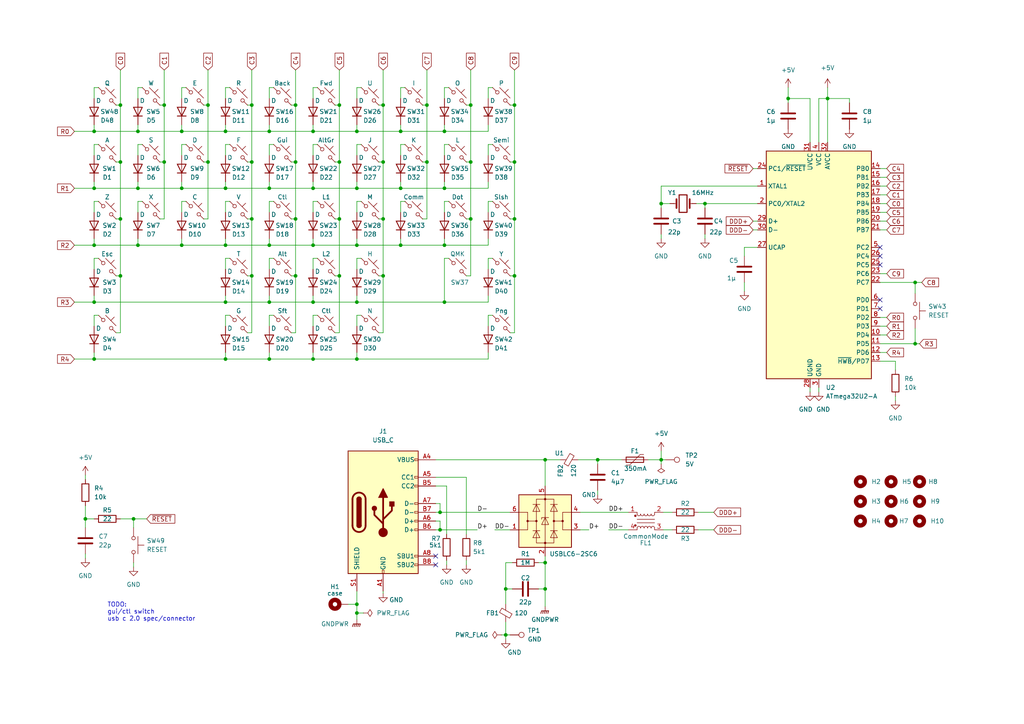
<source format=kicad_sch>
(kicad_sch (version 20211123) (generator eeschema)
  (paper "A4")
  (junction (at 158.115 133.35))
  (junction (at 40.005 54.61))
  (junction (at 111.125 80.01))
  (junction (at 27.305 38.1))
  (junction (at 98.425 30.48))
  (junction (at 136.525 30.48))
  (junction (at 103.505 54.61))
  (junction (at 78.105 87.63))
  (junction (at 173.355 133.35))
  (junction (at 103.505 87.63))
  (junction (at 103.505 71.12))
  (junction (at 65.405 87.63))
  (junction (at 123.825 46.99))
  (junction (at 40.005 38.1))
  (junction (at 98.425 80.01))
  (junction (at 116.205 71.12))
  (junction (at 123.825 30.48))
  (junction (at 73.025 80.01))
  (junction (at 52.705 71.12))
  (junction (at 85.725 63.5))
  (junction (at 116.205 38.1))
  (junction (at 149.225 46.99))
  (junction (at 146.685 170.815))
  (junction (at 85.725 30.48))
  (junction (at 85.725 80.01))
  (junction (at 78.105 71.12))
  (junction (at 90.805 104.14))
  (junction (at 136.525 46.99))
  (junction (at 52.705 38.1))
  (junction (at 128.905 87.63))
  (junction (at 98.425 46.99))
  (junction (at 228.6 28.575))
  (junction (at 111.125 30.48))
  (junction (at 47.625 30.48))
  (junction (at 103.505 177.8))
  (junction (at 136.525 63.5))
  (junction (at 52.705 54.61))
  (junction (at 103.505 104.14))
  (junction (at 111.125 46.99))
  (junction (at 128.905 54.61))
  (junction (at 24.765 150.495))
  (junction (at 78.105 38.1))
  (junction (at 90.805 71.12))
  (junction (at 73.025 30.48))
  (junction (at 60.325 30.48))
  (junction (at 65.405 71.12))
  (junction (at 158.115 163.195))
  (junction (at 27.305 104.14))
  (junction (at 265.43 81.915))
  (junction (at 265.43 99.695))
  (junction (at 127.635 148.59))
  (junction (at 38.735 150.495))
  (junction (at 149.225 80.01))
  (junction (at 34.925 80.01))
  (junction (at 78.105 104.14))
  (junction (at 73.025 46.99))
  (junction (at 103.505 38.1))
  (junction (at 90.805 38.1))
  (junction (at 73.025 63.5))
  (junction (at 27.305 71.12))
  (junction (at 127.635 153.67))
  (junction (at 158.115 170.815))
  (junction (at 65.405 54.61))
  (junction (at 27.305 87.63))
  (junction (at 191.77 59.055))
  (junction (at 111.125 63.5))
  (junction (at 116.205 54.61))
  (junction (at 103.505 175.26))
  (junction (at 90.805 87.63))
  (junction (at 98.425 63.5))
  (junction (at 60.325 46.99))
  (junction (at 34.925 46.99))
  (junction (at 34.925 30.48))
  (junction (at 85.725 46.99))
  (junction (at 65.405 38.1))
  (junction (at 65.405 104.14))
  (junction (at 149.225 30.48))
  (junction (at 34.925 63.5))
  (junction (at 191.77 133.35))
  (junction (at 204.47 59.055))
  (junction (at 78.105 54.61))
  (junction (at 47.625 46.99))
  (junction (at 128.905 71.12))
  (junction (at 27.305 54.61))
  (junction (at 240.03 28.575))
  (junction (at 146.685 184.15))
  (junction (at 90.805 54.61))
  (junction (at 40.005 71.12))
  (junction (at 128.905 38.1))
  (junction (at 149.225 63.5))
  (no_connect (at 255.27 76.835))
  (no_connect (at 255.27 74.295))
  (no_connect (at 255.27 89.535))
  (no_connect (at 255.27 71.755))
  (no_connect (at 255.27 86.995))
  (no_connect (at 126.365 163.83))
  (no_connect (at 126.365 161.29))
  (wire (pts (xy 126.365 151.13) (xy 127.635 151.13)))
  (wire (pts (xy 59.055 46.99) (xy 60.325 46.99)))
  (wire (pts (xy 215.9 74.295) (xy 215.9 71.755)))
  (wire (pts (xy 135.255 138.43) (xy 135.255 154.94)))
  (wire (pts (xy 255.27 99.695) (xy 265.43 99.695)))
  (wire (pts (xy 218.44 66.675) (xy 219.71 66.675)))
  (wire (pts (xy 103.505 58.42) (xy 103.505 61.595)))
  (wire (pts (xy 168.275 153.67) (xy 170.815 153.67)))
  (wire (pts (xy 147.955 63.5) (xy 149.225 63.5)))
  (wire (pts (xy 146.685 170.815) (xy 148.59 170.815)))
  (wire (pts (xy 128.905 54.61) (xy 141.605 54.61)))
  (wire (pts (xy 234.95 28.575) (xy 234.95 41.275)))
  (wire (pts (xy 141.605 102.235) (xy 141.605 104.14)))
  (wire (pts (xy 122.555 63.5) (xy 123.825 63.5)))
  (wire (pts (xy 228.6 25.4) (xy 228.6 28.575)))
  (wire (pts (xy 255.27 61.595) (xy 257.175 61.595)))
  (wire (pts (xy 27.305 36.195) (xy 27.305 38.1)))
  (wire (pts (xy 109.855 96.52) (xy 111.125 96.52)))
  (wire (pts (xy 147.955 80.01) (xy 149.225 80.01)))
  (wire (pts (xy 103.505 102.235) (xy 103.505 104.14)))
  (wire (pts (xy 146.685 180.34) (xy 146.685 184.15)))
  (wire (pts (xy 66.675 41.91) (xy 65.405 41.91)))
  (wire (pts (xy 146.685 170.815) (xy 146.685 175.26)))
  (wire (pts (xy 53.975 41.91) (xy 52.705 41.91)))
  (wire (pts (xy 116.205 69.215) (xy 116.205 71.12)))
  (wire (pts (xy 116.205 58.42) (xy 116.205 61.595)))
  (wire (pts (xy 255.27 92.075) (xy 257.175 92.075)))
  (wire (pts (xy 78.105 85.725) (xy 78.105 87.63)))
  (wire (pts (xy 240.03 25.4) (xy 240.03 28.575)))
  (wire (pts (xy 41.275 25.4) (xy 40.005 25.4)))
  (wire (pts (xy 128.905 74.93) (xy 128.905 87.63)))
  (wire (pts (xy 85.725 46.99) (xy 85.725 63.5)))
  (wire (pts (xy 104.775 91.44) (xy 103.505 91.44)))
  (wire (pts (xy 52.705 38.1) (xy 65.405 38.1)))
  (wire (pts (xy 92.075 58.42) (xy 90.805 58.42)))
  (wire (pts (xy 103.505 74.93) (xy 103.505 78.105)))
  (wire (pts (xy 21.59 54.61) (xy 27.305 54.61)))
  (wire (pts (xy 103.505 25.4) (xy 103.505 28.575)))
  (wire (pts (xy 173.355 133.35) (xy 180.34 133.35)))
  (wire (pts (xy 111.125 171.45) (xy 111.125 172.085)))
  (wire (pts (xy 85.725 63.5) (xy 85.725 80.01)))
  (wire (pts (xy 90.805 54.61) (xy 103.505 54.61)))
  (wire (pts (xy 116.205 36.195) (xy 116.205 38.1)))
  (wire (pts (xy 79.375 91.44) (xy 78.105 91.44)))
  (wire (pts (xy 34.925 150.495) (xy 38.735 150.495)))
  (wire (pts (xy 193.04 133.35) (xy 191.77 133.35)))
  (wire (pts (xy 128.905 52.705) (xy 128.905 54.61)))
  (wire (pts (xy 103.505 104.14) (xy 141.605 104.14)))
  (wire (pts (xy 129.54 140.97) (xy 129.54 154.94)))
  (wire (pts (xy 111.125 20.32) (xy 111.125 30.48)))
  (wire (pts (xy 84.455 96.52) (xy 85.725 96.52)))
  (wire (pts (xy 78.105 41.91) (xy 78.105 45.085)))
  (wire (pts (xy 103.505 36.195) (xy 103.505 38.1)))
  (wire (pts (xy 255.27 102.235) (xy 257.175 102.235)))
  (wire (pts (xy 41.275 41.91) (xy 40.005 41.91)))
  (wire (pts (xy 122.555 30.48) (xy 123.825 30.48)))
  (wire (pts (xy 109.855 80.01) (xy 111.125 80.01)))
  (wire (pts (xy 147.955 96.52) (xy 149.225 96.52)))
  (wire (pts (xy 135.255 162.56) (xy 135.255 163.83)))
  (wire (pts (xy 38.735 150.495) (xy 42.545 150.495)))
  (wire (pts (xy 33.655 80.01) (xy 34.925 80.01)))
  (wire (pts (xy 156.21 163.195) (xy 158.115 163.195)))
  (wire (pts (xy 128.905 36.195) (xy 128.905 38.1)))
  (wire (pts (xy 33.655 96.52) (xy 34.925 96.52)))
  (wire (pts (xy 147.955 46.99) (xy 149.225 46.99)))
  (wire (pts (xy 40.005 38.1) (xy 52.705 38.1)))
  (wire (pts (xy 65.405 52.705) (xy 65.405 54.61)))
  (wire (pts (xy 98.425 80.01) (xy 98.425 96.52)))
  (wire (pts (xy 90.805 91.44) (xy 90.805 94.615)))
  (wire (pts (xy 78.105 87.63) (xy 90.805 87.63)))
  (wire (pts (xy 127.635 146.05) (xy 127.635 148.59)))
  (wire (pts (xy 123.825 20.32) (xy 123.825 30.48)))
  (wire (pts (xy 136.525 63.5) (xy 136.525 80.01)))
  (wire (pts (xy 97.155 46.99) (xy 98.425 46.99)))
  (wire (pts (xy 117.475 25.4) (xy 116.205 25.4)))
  (wire (pts (xy 40.005 25.4) (xy 40.005 28.575)))
  (wire (pts (xy 90.805 74.93) (xy 90.805 78.105)))
  (wire (pts (xy 141.605 69.215) (xy 141.605 71.12)))
  (wire (pts (xy 90.805 58.42) (xy 90.805 61.595)))
  (wire (pts (xy 28.575 74.93) (xy 27.305 74.93)))
  (wire (pts (xy 78.105 38.1) (xy 90.805 38.1)))
  (wire (pts (xy 65.405 85.725) (xy 65.405 87.63)))
  (wire (pts (xy 40.005 36.195) (xy 40.005 38.1)))
  (wire (pts (xy 46.355 63.5) (xy 47.625 63.5)))
  (wire (pts (xy 65.405 38.1) (xy 78.105 38.1)))
  (wire (pts (xy 127.635 151.13) (xy 127.635 153.67)))
  (wire (pts (xy 65.405 104.14) (xy 78.105 104.14)))
  (wire (pts (xy 103.505 52.705) (xy 103.505 54.61)))
  (wire (pts (xy 79.375 25.4) (xy 78.105 25.4)))
  (wire (pts (xy 40.005 54.61) (xy 52.705 54.61)))
  (wire (pts (xy 71.755 96.52) (xy 73.025 96.52)))
  (wire (pts (xy 141.605 36.195) (xy 141.605 38.1)))
  (wire (pts (xy 103.505 175.26) (xy 103.505 177.8)))
  (wire (pts (xy 60.325 46.99) (xy 60.325 63.5)))
  (wire (pts (xy 92.075 74.93) (xy 90.805 74.93)))
  (wire (pts (xy 27.305 87.63) (xy 65.405 87.63)))
  (wire (pts (xy 97.155 96.52) (xy 98.425 96.52)))
  (wire (pts (xy 143.51 153.67) (xy 147.955 153.67)))
  (wire (pts (xy 128.905 87.63) (xy 141.605 87.63)))
  (wire (pts (xy 33.655 46.99) (xy 34.925 46.99)))
  (wire (pts (xy 141.605 52.705) (xy 141.605 54.61)))
  (wire (pts (xy 259.715 104.775) (xy 259.715 107.315)))
  (wire (pts (xy 146.685 184.15) (xy 147.955 184.15)))
  (wire (pts (xy 126.365 153.67) (xy 127.635 153.67)))
  (wire (pts (xy 255.27 66.675) (xy 257.175 66.675)))
  (wire (pts (xy 27.305 54.61) (xy 40.005 54.61)))
  (wire (pts (xy 123.825 30.48) (xy 123.825 46.99)))
  (wire (pts (xy 40.005 69.215) (xy 40.005 71.12)))
  (wire (pts (xy 218.44 64.135) (xy 219.71 64.135)))
  (wire (pts (xy 52.705 41.91) (xy 52.705 45.085)))
  (wire (pts (xy 24.765 160.655) (xy 24.765 161.925)))
  (wire (pts (xy 65.405 58.42) (xy 65.405 61.595)))
  (wire (pts (xy 116.205 71.12) (xy 128.905 71.12)))
  (wire (pts (xy 65.405 69.215) (xy 65.405 71.12)))
  (wire (pts (xy 40.005 52.705) (xy 40.005 54.61)))
  (wire (pts (xy 109.855 46.99) (xy 111.125 46.99)))
  (wire (pts (xy 27.305 102.235) (xy 27.305 104.14)))
  (wire (pts (xy 71.755 46.99) (xy 73.025 46.99)))
  (wire (pts (xy 149.225 30.48) (xy 149.225 46.99)))
  (wire (pts (xy 103.505 85.725) (xy 103.505 87.63)))
  (wire (pts (xy 27.305 104.14) (xy 65.405 104.14)))
  (wire (pts (xy 53.975 58.42) (xy 52.705 58.42)))
  (wire (pts (xy 52.705 69.215) (xy 52.705 71.12)))
  (wire (pts (xy 149.225 20.32) (xy 149.225 30.48)))
  (wire (pts (xy 237.49 112.395) (xy 237.49 113.665)))
  (wire (pts (xy 149.225 63.5) (xy 149.225 80.01)))
  (wire (pts (xy 147.955 30.48) (xy 149.225 30.48)))
  (wire (pts (xy 90.805 38.1) (xy 103.505 38.1)))
  (wire (pts (xy 255.27 104.775) (xy 259.715 104.775)))
  (wire (pts (xy 66.675 25.4) (xy 65.405 25.4)))
  (wire (pts (xy 116.205 41.91) (xy 116.205 45.085)))
  (wire (pts (xy 103.505 171.45) (xy 103.505 175.26)))
  (wire (pts (xy 192.405 153.67) (xy 194.945 153.67)))
  (wire (pts (xy 158.115 133.35) (xy 162.56 133.35)))
  (wire (pts (xy 97.155 63.5) (xy 98.425 63.5)))
  (wire (pts (xy 202.565 153.67) (xy 207.01 153.67)))
  (wire (pts (xy 126.365 138.43) (xy 135.255 138.43)))
  (wire (pts (xy 149.225 80.01) (xy 149.225 96.52)))
  (wire (pts (xy 103.505 91.44) (xy 103.505 94.615)))
  (wire (pts (xy 202.565 148.59) (xy 207.01 148.59)))
  (wire (pts (xy 78.105 71.12) (xy 90.805 71.12)))
  (wire (pts (xy 141.605 74.93) (xy 141.605 78.105)))
  (wire (pts (xy 255.27 97.155) (xy 257.175 97.155)))
  (wire (pts (xy 52.705 52.705) (xy 52.705 54.61)))
  (wire (pts (xy 27.305 25.4) (xy 27.305 28.575)))
  (wire (pts (xy 194.31 59.055) (xy 191.77 59.055)))
  (wire (pts (xy 46.355 46.99) (xy 47.625 46.99)))
  (wire (pts (xy 65.405 91.44) (xy 65.405 94.615)))
  (wire (pts (xy 135.255 30.48) (xy 136.525 30.48)))
  (wire (pts (xy 21.59 38.1) (xy 27.305 38.1)))
  (wire (pts (xy 90.805 104.14) (xy 103.505 104.14)))
  (wire (pts (xy 85.725 20.32) (xy 85.725 30.48)))
  (wire (pts (xy 135.255 80.01) (xy 136.525 80.01)))
  (wire (pts (xy 90.805 71.12) (xy 103.505 71.12)))
  (wire (pts (xy 79.375 74.93) (xy 78.105 74.93)))
  (wire (pts (xy 90.805 25.4) (xy 90.805 28.575)))
  (wire (pts (xy 142.875 41.91) (xy 141.605 41.91)))
  (wire (pts (xy 103.505 87.63) (xy 128.905 87.63)))
  (wire (pts (xy 192.405 148.59) (xy 194.945 148.59)))
  (wire (pts (xy 40.005 71.12) (xy 52.705 71.12)))
  (wire (pts (xy 33.655 30.48) (xy 34.925 30.48)))
  (wire (pts (xy 111.125 46.99) (xy 111.125 63.5)))
  (wire (pts (xy 228.6 28.575) (xy 234.95 28.575)))
  (wire (pts (xy 173.355 143.51) (xy 173.355 142.24)))
  (wire (pts (xy 128.905 58.42) (xy 128.905 61.595)))
  (wire (pts (xy 65.405 71.12) (xy 78.105 71.12)))
  (wire (pts (xy 141.605 41.91) (xy 141.605 45.085)))
  (wire (pts (xy 149.225 46.99) (xy 149.225 63.5)))
  (wire (pts (xy 234.95 112.395) (xy 234.95 113.665)))
  (wire (pts (xy 65.405 36.195) (xy 65.405 38.1)))
  (wire (pts (xy 259.715 114.935) (xy 259.715 116.205)))
  (wire (pts (xy 27.305 58.42) (xy 27.305 61.595)))
  (wire (pts (xy 60.325 30.48) (xy 60.325 46.99)))
  (wire (pts (xy 158.115 163.195) (xy 158.115 170.815)))
  (wire (pts (xy 109.855 63.5) (xy 111.125 63.5)))
  (wire (pts (xy 24.765 150.495) (xy 27.305 150.495)))
  (wire (pts (xy 27.305 91.44) (xy 27.305 94.615)))
  (wire (pts (xy 52.705 36.195) (xy 52.705 38.1)))
  (wire (pts (xy 128.905 25.4) (xy 128.905 28.575)))
  (wire (pts (xy 240.03 28.575) (xy 246.38 28.575)))
  (wire (pts (xy 130.175 74.93) (xy 128.905 74.93)))
  (wire (pts (xy 33.655 63.5) (xy 34.925 63.5)))
  (wire (pts (xy 40.005 41.91) (xy 40.005 45.085)))
  (wire (pts (xy 24.765 150.495) (xy 24.765 153.035)))
  (wire (pts (xy 228.6 29.845) (xy 228.6 28.575)))
  (wire (pts (xy 24.765 137.795) (xy 24.765 139.065)))
  (wire (pts (xy 78.105 104.14) (xy 90.805 104.14)))
  (wire (pts (xy 105.41 177.8) (xy 103.505 177.8)))
  (wire (pts (xy 158.115 161.29) (xy 158.115 163.195)))
  (wire (pts (xy 59.055 30.48) (xy 60.325 30.48)))
  (wire (pts (xy 78.105 69.215) (xy 78.105 71.12)))
  (wire (pts (xy 240.03 28.575) (xy 240.03 41.275)))
  (wire (pts (xy 176.53 153.67) (xy 182.245 153.67)))
  (wire (pts (xy 128.905 71.12) (xy 141.605 71.12)))
  (wire (pts (xy 90.805 85.725) (xy 90.805 87.63)))
  (wire (pts (xy 255.27 81.915) (xy 265.43 81.915)))
  (wire (pts (xy 168.275 148.59) (xy 182.245 148.59)))
  (wire (pts (xy 173.355 133.35) (xy 167.64 133.35)))
  (wire (pts (xy 34.925 46.99) (xy 34.925 63.5)))
  (wire (pts (xy 265.43 99.695) (xy 266.7 99.695)))
  (wire (pts (xy 141.605 85.725) (xy 141.605 87.63)))
  (wire (pts (xy 104.775 58.42) (xy 103.505 58.42)))
  (wire (pts (xy 78.105 91.44) (xy 78.105 94.615)))
  (wire (pts (xy 116.205 38.1) (xy 128.905 38.1)))
  (wire (pts (xy 90.805 102.235) (xy 90.805 104.14)))
  (wire (pts (xy 27.305 38.1) (xy 40.005 38.1)))
  (wire (pts (xy 66.675 74.93) (xy 65.405 74.93)))
  (wire (pts (xy 117.475 58.42) (xy 116.205 58.42)))
  (wire (pts (xy 71.755 30.48) (xy 73.025 30.48)))
  (wire (pts (xy 97.155 80.01) (xy 98.425 80.01)))
  (wire (pts (xy 116.205 52.705) (xy 116.205 54.61)))
  (wire (pts (xy 136.525 46.99) (xy 136.525 63.5)))
  (wire (pts (xy 142.875 25.4) (xy 141.605 25.4)))
  (wire (pts (xy 246.38 28.575) (xy 246.38 29.845)))
  (wire (pts (xy 27.305 85.725) (xy 27.305 87.63)))
  (wire (pts (xy 27.305 52.705) (xy 27.305 54.61)))
  (wire (pts (xy 191.77 53.975) (xy 191.77 59.055)))
  (wire (pts (xy 98.425 20.32) (xy 98.425 30.48)))
  (wire (pts (xy 21.59 104.14) (xy 27.305 104.14)))
  (wire (pts (xy 104.775 74.93) (xy 103.505 74.93)))
  (wire (pts (xy 90.805 87.63) (xy 103.505 87.63)))
  (wire (pts (xy 52.705 25.4) (xy 52.705 28.575)))
  (wire (pts (xy 103.505 54.61) (xy 116.205 54.61)))
  (wire (pts (xy 66.675 58.42) (xy 65.405 58.42)))
  (wire (pts (xy 90.805 52.705) (xy 90.805 54.61)))
  (wire (pts (xy 84.455 30.48) (xy 85.725 30.48)))
  (wire (pts (xy 204.47 60.325) (xy 204.47 59.055)))
  (wire (pts (xy 128.905 38.1) (xy 141.605 38.1)))
  (wire (pts (xy 34.925 20.32) (xy 34.925 30.48)))
  (wire (pts (xy 141.605 58.42) (xy 141.605 61.595)))
  (wire (pts (xy 111.125 63.5) (xy 111.125 80.01)))
  (wire (pts (xy 158.115 133.35) (xy 158.115 140.97)))
  (wire (pts (xy 73.025 46.99) (xy 73.025 63.5)))
  (wire (pts (xy 79.375 41.91) (xy 78.105 41.91)))
  (wire (pts (xy 84.455 63.5) (xy 85.725 63.5)))
  (wire (pts (xy 136.525 30.48) (xy 136.525 46.99)))
  (wire (pts (xy 27.305 41.91) (xy 27.305 45.085)))
  (wire (pts (xy 97.155 30.48) (xy 98.425 30.48)))
  (wire (pts (xy 103.505 71.12) (xy 116.205 71.12)))
  (wire (pts (xy 92.075 91.44) (xy 90.805 91.44)))
  (wire (pts (xy 84.455 80.01) (xy 85.725 80.01)))
  (wire (pts (xy 127.635 148.59) (xy 147.955 148.59)))
  (wire (pts (xy 191.77 133.35) (xy 191.77 134.62)))
  (wire (pts (xy 103.505 41.91) (xy 103.505 45.085)))
  (wire (pts (xy 27.305 71.12) (xy 40.005 71.12)))
  (wire (pts (xy 73.025 30.48) (xy 73.025 46.99)))
  (wire (pts (xy 126.365 133.35) (xy 158.115 133.35)))
  (wire (pts (xy 24.765 146.685) (xy 24.765 150.495)))
  (wire (pts (xy 65.405 25.4) (xy 65.405 28.575)))
  (wire (pts (xy 78.105 74.93) (xy 78.105 78.105)))
  (wire (pts (xy 47.625 20.32) (xy 47.625 30.48)))
  (wire (pts (xy 128.905 69.215) (xy 128.905 71.12)))
  (wire (pts (xy 78.105 36.195) (xy 78.105 38.1)))
  (wire (pts (xy 204.47 59.055) (xy 219.71 59.055)))
  (wire (pts (xy 218.44 48.895) (xy 219.71 48.895)))
  (wire (pts (xy 255.27 79.375) (xy 257.175 79.375)))
  (wire (pts (xy 27.305 74.93) (xy 27.305 78.105)))
  (wire (pts (xy 59.055 63.5) (xy 60.325 63.5)))
  (wire (pts (xy 130.175 25.4) (xy 128.905 25.4)))
  (wire (pts (xy 111.125 30.48) (xy 111.125 46.99)))
  (wire (pts (xy 255.27 56.515) (xy 257.175 56.515)))
  (wire (pts (xy 78.105 52.705) (xy 78.105 54.61)))
  (wire (pts (xy 126.365 140.97) (xy 129.54 140.97)))
  (wire (pts (xy 103.505 38.1) (xy 116.205 38.1)))
  (wire (pts (xy 255.27 59.055) (xy 257.175 59.055)))
  (wire (pts (xy 21.59 87.63) (xy 27.305 87.63)))
  (wire (pts (xy 104.775 41.91) (xy 103.505 41.91)))
  (wire (pts (xy 141.605 25.4) (xy 141.605 28.575)))
  (wire (pts (xy 130.175 58.42) (xy 128.905 58.42)))
  (wire (pts (xy 204.47 69.215) (xy 204.47 67.945)))
  (wire (pts (xy 129.54 162.56) (xy 129.54 163.83)))
  (wire (pts (xy 255.27 51.435) (xy 257.175 51.435)))
  (wire (pts (xy 28.575 25.4) (xy 27.305 25.4)))
  (wire (pts (xy 47.625 46.99) (xy 47.625 63.5)))
  (wire (pts (xy 85.725 30.48) (xy 85.725 46.99)))
  (wire (pts (xy 145.415 184.15) (xy 146.685 184.15)))
  (wire (pts (xy 78.105 54.61) (xy 90.805 54.61)))
  (wire (pts (xy 126.365 148.59) (xy 127.635 148.59)))
  (wire (pts (xy 34.925 63.5) (xy 34.925 80.01)))
  (wire (pts (xy 41.275 58.42) (xy 40.005 58.42)))
  (wire (pts (xy 73.025 80.01) (xy 73.025 96.52)))
  (wire (pts (xy 28.575 58.42) (xy 27.305 58.42)))
  (wire (pts (xy 38.735 153.035) (xy 38.735 150.495)))
  (wire (pts (xy 127.635 153.67) (xy 138.43 153.67)))
  (wire (pts (xy 98.425 63.5) (xy 98.425 80.01)))
  (wire (pts (xy 265.43 95.25) (xy 265.43 99.695)))
  (wire (pts (xy 255.27 64.135) (xy 257.175 64.135)))
  (wire (pts (xy 28.575 41.91) (xy 27.305 41.91)))
  (wire (pts (xy 53.975 25.4) (xy 52.705 25.4)))
  (wire (pts (xy 28.575 91.44) (xy 27.305 91.44)))
  (wire (pts (xy 135.255 46.99) (xy 136.525 46.99)))
  (wire (pts (xy 90.805 41.91) (xy 90.805 45.085)))
  (wire (pts (xy 237.49 41.275) (xy 237.49 28.575)))
  (wire (pts (xy 111.125 80.01) (xy 111.125 96.52)))
  (wire (pts (xy 122.555 46.99) (xy 123.825 46.99)))
  (wire (pts (xy 136.525 20.32) (xy 136.525 30.48)))
  (wire (pts (xy 65.405 87.63) (xy 78.105 87.63)))
  (wire (pts (xy 215.9 71.755) (xy 219.71 71.755)))
  (wire (pts (xy 90.805 36.195) (xy 90.805 38.1)))
  (wire (pts (xy 142.875 91.44) (xy 141.605 91.44)))
  (wire (pts (xy 103.505 177.8) (xy 103.505 179.705)))
  (wire (pts (xy 52.705 58.42) (xy 52.705 61.595)))
  (wire (pts (xy 60.325 20.32) (xy 60.325 30.48)))
  (wire (pts (xy 27.305 69.215) (xy 27.305 71.12)))
  (wire (pts (xy 65.405 74.93) (xy 65.405 78.105)))
  (wire (pts (xy 142.875 58.42) (xy 141.605 58.42)))
  (wire (pts (xy 71.755 63.5) (xy 73.025 63.5)))
  (wire (pts (xy 21.59 71.12) (xy 27.305 71.12)))
  (wire (pts (xy 65.405 41.91) (xy 65.405 45.085)))
  (wire (pts (xy 265.43 81.915) (xy 267.335 81.915)))
  (wire (pts (xy 255.27 48.895) (xy 257.175 48.895)))
  (wire (pts (xy 158.115 170.815) (xy 158.115 175.895)))
  (wire (pts (xy 109.855 30.48) (xy 111.125 30.48)))
  (wire (pts (xy 191.77 59.055) (xy 191.77 60.325)))
  (wire (pts (xy 141.605 91.44) (xy 141.605 94.615)))
  (wire (pts (xy 34.925 80.01) (xy 34.925 96.52)))
  (wire (pts (xy 71.755 80.01) (xy 73.025 80.01)))
  (wire (pts (xy 52.705 71.12) (xy 65.405 71.12)))
  (wire (pts (xy 66.675 91.44) (xy 65.405 91.44)))
  (wire (pts (xy 191.77 130.81) (xy 191.77 133.35)))
  (wire (pts (xy 219.71 53.975) (xy 191.77 53.975)))
  (wire (pts (xy 265.43 81.915) (xy 265.43 85.09)))
  (wire (pts (xy 98.425 46.99) (xy 98.425 63.5)))
  (wire (pts (xy 128.905 41.91) (xy 128.905 45.085)))
  (wire (pts (xy 146.685 184.15) (xy 146.685 185.42)))
  (wire (pts (xy 123.825 46.99) (xy 123.825 63.5)))
  (wire (pts (xy 173.355 134.62) (xy 173.355 133.35)))
  (wire (pts (xy 237.49 28.575) (xy 240.03 28.575)))
  (wire (pts (xy 46.355 30.48) (xy 47.625 30.48)))
  (wire (pts (xy 146.685 163.195) (xy 146.685 170.815)))
  (wire (pts (xy 204.47 59.055) (xy 201.93 59.055)))
  (wire (pts (xy 78.105 25.4) (xy 78.105 28.575)))
  (wire (pts (xy 65.405 102.235) (xy 65.405 104.14)))
  (wire (pts (xy 65.405 54.61) (xy 78.105 54.61)))
  (wire (pts (xy 103.505 69.215) (xy 103.505 71.12)))
  (wire (pts (xy 73.025 63.5) (xy 73.025 80.01)))
  (wire (pts (xy 98.425 30.48) (xy 98.425 46.99)))
  (wire (pts (xy 84.455 46.99) (xy 85.725 46.99)))
  (wire (pts (xy 92.075 41.91) (xy 90.805 41.91)))
  (wire (pts (xy 100.965 175.26) (xy 103.505 175.26)))
  (wire (pts (xy 191.77 67.945) (xy 191.77 69.215)))
  (wire (pts (xy 215.9 81.915) (xy 215.9 84.455)))
  (wire (pts (xy 85.725 80.01) (xy 85.725 96.52)))
  (wire (pts (xy 47.625 30.48) (xy 47.625 46.99)))
  (wire (pts (xy 78.105 58.42) (xy 78.105 61.595)))
  (wire (pts (xy 92.075 25.4) (xy 90.805 25.4)))
  (wire (pts (xy 117.475 41.91) (xy 116.205 41.91)))
  (wire (pts (xy 146.685 163.195) (xy 148.59 163.195)))
  (wire (pts (xy 79.375 58.42) (xy 78.105 58.42)))
  (wire (pts (xy 116.205 25.4) (xy 116.205 28.575)))
  (wire (pts (xy 73.025 20.32) (xy 73.025 30.48)))
  (wire (pts (xy 130.175 41.91) (xy 128.905 41.91)))
  (wire (pts (xy 142.875 74.93) (xy 141.605 74.93)))
  (wire (pts (xy 90.805 69.215) (xy 90.805 71.12)))
  (wire (pts (xy 191.77 133.35) (xy 187.96 133.35)))
  (wire (pts (xy 116.205 54.61) (xy 128.905 54.61)))
  (wire (pts (xy 255.27 53.975) (xy 257.175 53.975)))
  (wire (pts (xy 135.255 63.5) (xy 136.525 63.5)))
  (wire (pts (xy 78.105 102.235) (xy 78.105 104.14)))
  (wire (pts (xy 156.21 170.815) (xy 158.115 170.815)))
  (wire (pts (xy 52.705 54.61) (xy 65.405 54.61)))
  (wire (pts (xy 34.925 30.48) (xy 34.925 46.99)))
  (wire (pts (xy 255.27 94.615) (xy 257.175 94.615)))
  (wire (pts (xy 40.005 58.42) (xy 40.005 61.595)))
  (wire (pts (xy 104.775 25.4) (xy 103.505 25.4)))
  (wire (pts (xy 38.735 164.465) (xy 38.735 163.195)))
  (wire (pts (xy 126.365 146.05) (xy 127.635 146.05)))
  (text "TODO:\ngui/ctl switch\nusb c 2.0 spec/connector\n" (at 31.115 180.34 0) (effects (font (size 1.27 1.27)) (justify left bottom)))
  (label "DD+" (at 176.53 148.59 0))
  (label "D+" (at 138.43 153.67 0))
  (label "DD-" (at 143.51 153.67 0))
  (label "D-" (at 138.43 148.59 0))
  (label "D+" (at 170.815 153.67 0))
  (label "DD-" (at 176.53 153.67 0))
  (global_label "C7" (shape input) (at 257.175 66.675 0) (property "Intersheet References" "${INTERSHEET_REFS}" (effects hide)))
  (global_label "C5" (shape input) (at 98.425 20.32 90) (property "Intersheet References" "${INTERSHEET_REFS}" (effects hide)))
  (global_label "C7" (shape input) (at 123.825 20.32 90) (property "Intersheet References" "${INTERSHEET_REFS}" (effects hide)))
  (global_label "C8" (shape input) (at 267.335 81.915 0) (property "Intersheet References" "${INTERSHEET_REFS}" (effects hide)))
  (global_label "C6" (shape input) (at 111.125 20.32 90) (property "Intersheet References" "${INTERSHEET_REFS}" (effects hide)))
  (global_label "C6" (shape input) (at 257.175 64.135 0) (property "Intersheet References" "${INTERSHEET_REFS}" (effects hide)))
  (global_label "DDD+" (shape input) (at 218.44 64.135 180) (property "Intersheet References" "${INTERSHEET_REFS}" (effects hide)))
  (global_label "R3" (shape input) (at 266.7 99.695 0) (property "Intersheet References" "${INTERSHEET_REFS}" (effects hide)))
  (global_label "DDD-" (shape input) (at 218.44 66.675 180) (property "Intersheet References" "${INTERSHEET_REFS}" (effects hide)))
  (global_label "C5" (shape input) (at 257.175 61.595 0) (property "Intersheet References" "${INTERSHEET_REFS}" (effects hide)))
  (global_label "R3" (shape input) (at 21.59 87.63 180) (property "Intersheet References" "${INTERSHEET_REFS}" (effects hide)))
  (global_label "C0" (shape input) (at 34.925 20.32 90) (property "Intersheet References" "${INTERSHEET_REFS}" (effects hide)))
  (global_label "R0" (shape input) (at 257.175 92.075 0) (property "Intersheet References" "${INTERSHEET_REFS}" (effects hide)))
  (global_label "C3" (shape input) (at 257.175 51.435 0) (property "Intersheet References" "${INTERSHEET_REFS}" (effects hide)))
  (global_label "R1" (shape input) (at 257.175 94.615 0) (property "Intersheet References" "${INTERSHEET_REFS}" (effects hide)))
  (global_label "C9" (shape input) (at 149.225 20.32 90) (property "Intersheet References" "${INTERSHEET_REFS}" (effects hide)))
  (global_label "R0" (shape input) (at 21.59 38.1 180) (property "Intersheet References" "${INTERSHEET_REFS}" (effects hide)))
  (global_label "C9" (shape input) (at 257.175 79.375 0) (property "Intersheet References" "${INTERSHEET_REFS}" (effects hide)))
  (global_label "C4" (shape input) (at 257.175 48.895 0) (property "Intersheet References" "${INTERSHEET_REFS}" (effects hide)))
  (global_label "C2" (shape input) (at 257.175 53.975 0) (property "Intersheet References" "${INTERSHEET_REFS}" (effects hide)))
  (global_label "DDD-" (shape input) (at 207.01 153.67 0) (property "Intersheet References" "${INTERSHEET_REFS}" (effects hide)))
  (global_label "C1" (shape input) (at 257.175 56.515 0) (property "Intersheet References" "${INTERSHEET_REFS}" (effects hide)))
  (global_label "C0" (shape input) (at 257.175 59.055 0) (property "Intersheet References" "${INTERSHEET_REFS}" (effects hide)))
  (global_label "R1" (shape input) (at 21.59 54.61 180) (property "Intersheet References" "${INTERSHEET_REFS}" (effects hide)))
  (global_label "R4" (shape input) (at 21.59 104.14 180) (property "Intersheet References" "${INTERSHEET_REFS}" (effects hide)))
  (global_label "C4" (shape input) (at 85.725 20.32 90) (property "Intersheet References" "${INTERSHEET_REFS}" (effects hide)))
  (global_label "C8" (shape input) (at 136.525 20.32 90) (property "Intersheet References" "${INTERSHEET_REFS}" (effects hide)))
  (global_label "C1" (shape input) (at 47.625 20.32 90) (property "Intersheet References" "${INTERSHEET_REFS}" (effects hide)))
  (global_label "~{RESET}" (shape input) (at 218.44 48.895 180) (property "Intersheet References" "${INTERSHEET_REFS}" (effects hide)))
  (global_label "C2" (shape input) (at 60.325 20.32 90) (property "Intersheet References" "${INTERSHEET_REFS}" (effects hide)))
  (global_label "DDD+" (shape input) (at 207.01 148.59 0) (property "Intersheet References" "${INTERSHEET_REFS}" (effects hide)))
  (global_label "~{RESET}" (shape input) (at 42.545 150.495 0) (property "Intersheet References" "${INTERSHEET_REFS}" (effects hide)))
  (global_label "R4" (shape input) (at 257.175 102.235 0) (property "Intersheet References" "${INTERSHEET_REFS}" (effects hide)))
  (global_label "R2" (shape input) (at 257.175 97.155 0) (property "Intersheet References" "${INTERSHEET_REFS}" (effects hide)))
  (global_label "C3" (shape input) (at 73.025 20.32 90) (property "Intersheet References" "${INTERSHEET_REFS}" (effects hide)))
  (global_label "R2" (shape input) (at 21.59 71.12 180) (property "Intersheet References" "${INTERSHEET_REFS}" (effects hide)))
  (symbol (lib_id "Device:C") (at 152.4 170.815 90) (unit 1)
    (property "Reference" "C2" (at 152.4 167.64 90))
    (property "Value" "22p" (at 152.4 174.625 90))
  )
  (symbol (lib_id "Device:D") (at 103.505 65.405 90) (unit 1)
    (property "Reference" "D28" (at 107.315 67.945 90))
    (property "Value" "D" (at 104.775 62.23 90))
  )
  (symbol (lib_id "Device:D") (at 52.705 32.385 90) (unit 1)
    (property "Reference" "D8" (at 56.515 34.925 90))
    (property "Value" "D" (at 53.975 29.21 90))
  )
  (symbol (lib_id "Switch:SW_Push_45deg") (at 107.315 93.98 0) (unit 1)
    (property "Reference" "SW30" (at 107.95 98.425 0))
    (property "Value" "N" (at 107.315 90.17 0))
  )
  (symbol (lib_id "Switch:SW_Push_45deg") (at 69.215 44.45 0) (unit 1)
    (property "Reference" "SW12" (at 69.85 48.895 0))
    (property "Value" "F" (at 69.215 40.64 0))
  )
  (symbol (lib_id "Mechanical:MountingHole") (at 266.7 145.415 0) (unit 1)
    (property "Reference" "H9" (at 269.875 145.4149 0) (effects (justify left)))
    (property "Value" "MountingHole" (effects hide))
    (property "Footprint" "MountingHole:MountingHole_3.2mm_M3" (effects hide))
  )
  (symbol (lib_id "Mechanical:MountingHole") (at 258.445 151.13 0) (unit 1)
    (property "Reference" "H7" (at 263.525 151.13 0) (effects (justify right)))
    (property "Value" "MountingHole" (effects hide))
    (property "Footprint" "MountingHole:MountingHole_3.2mm_M3" (effects hide))
  )
  (symbol (lib_id "Device:D") (at 78.105 98.425 90) (unit 1)
    (property "Reference" "D20" (at 81.915 100.965 90))
    (property "Value" "D" (at 79.375 95.25 90))
  )
  (symbol (lib_id "Mechanical:MountingHole") (at 249.555 145.415 0) (unit 1)
    (property "Reference" "H3" (at 252.73 145.4149 0) (effects (justify left)))
    (property "Value" "MountingHole" (effects hide))
    (property "Footprint" "MountingHole:MountingHole_3.2mm_M3" (effects hide))
  )
  (symbol (lib_id "power:GND") (at 129.54 163.83 0) (unit 1)
    (property "Reference" "#PWR0101" (effects hide))
    (property "Value" "GND" (at 129.54 168.91 0))
  )
  (symbol (lib_id "Connector:TestPoint") (at 193.04 133.35 270) (unit 1)
    (property "Reference" "TP2" (at 198.755 132.0799 90) (effects (justify left)))
    (property "Value" "5V" (at 198.755 134.6199 90) (effects (justify left)))
  )
  (symbol (lib_id "Switch:SW_Push_45deg") (at 94.615 93.98 0) (unit 1)
    (property "Reference" "SW25" (at 95.25 98.425 0))
    (property "Value" "Ctl" (at 94.615 90.17 0))
  )
  (symbol (lib_id "power:GND") (at 24.765 161.925 0) (unit 1)
    (property "Reference" "#PWR020" (effects hide))
    (property "Value" "GND" (at 24.765 167.005 0))
  )
  (symbol (lib_id "Device:D") (at 90.805 32.385 90) (unit 1)
    (property "Reference" "D21" (at 94.615 34.925 90))
    (property "Value" "D" (at 92.075 29.21 90))
  )
  (symbol (lib_id "Switch:SW_Push_45deg") (at 43.815 44.45 0) (unit 1)
    (property "Reference" "SW6" (at 44.45 48.895 0))
    (property "Value" "S" (at 43.815 40.64 0))
  )
  (symbol (lib_id "power:GND") (at 259.715 116.205 0) (unit 1)
    (property "Reference" "#PWR024" (effects hide))
    (property "Value" "GND" (at 259.715 121.285 0))
  )
  (symbol (lib_id "Device:D") (at 27.305 98.425 90) (unit 1)
    (property "Reference" "D4" (at 31.115 100.965 90))
    (property "Value" "D" (at 28.575 95.25 90))
  )
  (symbol (lib_id "Device:D") (at 27.305 81.915 90) (unit 1)
    (property "Reference" "D3" (at 31.115 84.455 90))
    (property "Value" "D" (at 28.575 78.74 90))
  )
  (symbol (lib_id "MCU_Microchip_ATmega:ATmega32U2-A") (at 237.49 76.835 0) (unit 1)
    (property "Reference" "U2" (at 239.5094 112.395 0) (effects (justify left)))
    (property "Value" "ATmega32U2-A" (at 239.5094 114.935 0) (effects (justify left)))
    (property "Footprint" "Package_QFP:TQFP-32_7x7mm_P0.8mm" (effects hide))
    (property "Datasheet" "http://ww1.microchip.com/downloads/en/DeviceDoc/doc7799.pdf" (effects hide))
  )
  (symbol (lib_id "Switch:SW_Push_45deg") (at 56.515 44.45 0) (unit 1)
    (property "Reference" "SW9" (at 57.15 48.895 0))
    (property "Value" "D" (at 56.515 40.64 0))
  )
  (symbol (lib_id "Mechanical:MountingHole") (at 266.7 139.7 0) (unit 1)
    (property "Reference" "H8" (at 269.24 139.6999 0) (effects (justify left)))
    (property "Value" "MountingHole" (effects hide))
    (property "Footprint" "MountingHole:MountingHole_3.2mm_M3" (effects hide))
  )
  (symbol (lib_id "Device:C") (at 204.47 64.135 0) (unit 1)
    (property "Reference" "C4" (at 207.01 64.135 0) (effects (justify left)))
    (property "Value" "22p" (at 205.74 67.31 0) (effects (justify left)))
  )
  (symbol (lib_id "Mechanical:MountingHole") (at 249.555 151.13 0) (unit 1)
    (property "Reference" "H4" (at 252.73 151.1299 0) (effects (justify left)))
    (property "Value" "MountingHole" (effects hide))
    (property "Footprint" "MountingHole:MountingHole_3.2mm_M3" (effects hide))
  )
  (symbol (lib_id "Device:R") (at 152.4 163.195 90) (unit 1)
    (property "Reference" "R1" (at 152.4 160.655 90))
    (property "Value" "1M" (at 152.4 163.195 90))
  )
  (symbol (lib_id "Device:D") (at 128.905 48.895 90) (unit 1)
    (property "Reference" "D35" (at 132.715 51.435 90))
    (property "Value" "D" (at 130.175 45.72 90))
  )
  (symbol (lib_id "Switch:SW_Push_45deg") (at 43.815 27.94 0) (unit 1)
    (property "Reference" "SW5" (at 44.45 32.385 0))
    (property "Value" "W" (at 43.815 24.13 0))
  )
  (symbol (lib_id "Connector:USB_C_Receptacle_USB2.0") (at 111.125 148.59 0) (unit 1)
    (property "Reference" "J1" (at 111.125 125.095 0))
    (property "Value" "USB_C" (at 111.125 127.635 0))
    (property "Datasheet" "https://www.usb.org/sites/default/files/documents/usb_type-c.zip" (effects hide))
  )
  (symbol (lib_id "Switch:SW_Push_45deg") (at 145.415 44.45 0) (unit 1)
    (property "Reference" "SW39" (at 146.05 48.895 0))
    (property "Value" "Semi" (at 145.415 40.64 0))
  )
  (symbol (lib_id "Device:D") (at 78.105 81.915 90) (unit 1)
    (property "Reference" "D19" (at 81.915 84.455 90))
    (property "Value" "D" (at 79.375 78.74 90))
  )
  (symbol (lib_id "power:GND") (at 135.255 163.83 0) (unit 1)
    (property "Reference" "#PWR0102" (effects hide))
    (property "Value" "GND" (at 135.255 168.91 0))
  )
  (symbol (lib_id "Device:D") (at 103.505 32.385 90) (unit 1)
    (property "Reference" "D26" (at 107.315 34.925 90))
    (property "Value" "D" (at 104.775 29.21 90))
  )
  (symbol (lib_id "Device:Polyfuse") (at 184.15 133.35 90) (unit 1)
    (property "Reference" "F1" (at 182.88 130.81 90) (effects (justify right)))
    (property "Value" "350mA" (at 180.975 135.89 90) (effects (justify right)))
  )
  (symbol (lib_id "power:GND") (at 246.38 37.465 0) (unit 1)
    (property "Reference" "#PWR021" (effects hide))
    (property "Value" "GND" (at 246.38 42.545 0))
  )
  (symbol (lib_id "Switch:SW_Push_45deg") (at 31.115 93.98 0) (unit 1)
    (property "Reference" "SW4" (at 31.75 98.425 0))
    (property "Value" "B" (at 31.115 90.17 0))
  )
  (symbol (lib_id "Device:D") (at 128.905 65.405 90) (unit 1)
    (property "Reference" "D36" (at 132.715 67.945 90))
    (property "Value" "D" (at 130.175 62.23 90))
  )
  (symbol (lib_id "Device:D") (at 90.805 65.405 90) (unit 1)
    (property "Reference" "D23" (at 94.615 67.945 90))
    (property "Value" "D" (at 92.075 62.23 90))
  )
  (symbol (lib_id "Switch:SW_Push_45deg") (at 43.815 60.96 0) (unit 1)
    (property "Reference" "SW7" (at 44.45 65.405 0))
    (property "Value" "X" (at 43.815 57.15 0))
  )
  (symbol (lib_id "Device:C") (at 191.77 64.135 0) (unit 1)
    (property "Reference" "C3" (at 194.945 64.135 0) (effects (justify left)))
    (property "Value" "22p" (at 193.675 67.31 0) (effects (justify left)))
  )
  (symbol (lib_id "Switch:SW_Push_45deg") (at 81.915 60.96 0) (unit 1)
    (property "Reference" "SW18" (at 82.55 65.405 0))
    (property "Value" "Ctl" (at 81.915 57.15 0))
  )
  (symbol (lib_id "power:GND") (at 191.77 69.215 0) (unit 1)
    (property "Reference" "#PWR09" (effects hide))
    (property "Value" "GND" (at 191.77 74.295 0))
  )
  (symbol (lib_id "Switch:SW_Push_45deg") (at 69.215 93.98 0) (unit 1)
    (property "Reference" "SW15" (at 69.85 98.425 0))
    (property "Value" "G" (at 69.215 90.17 0))
  )
  (symbol (lib_id "Switch:SW_Push_45deg") (at 107.315 27.94 0) (unit 1)
    (property "Reference" "SW26" (at 107.95 32.385 0))
    (property "Value" "U" (at 107.315 24.13 0))
  )
  (symbol (lib_id "Device:R") (at 31.115 150.495 90) (unit 1)
    (property "Reference" "R5" (at 31.115 147.955 90))
    (property "Value" "22" (at 31.115 150.495 90))
  )
  (symbol (lib_id "Device:D") (at 27.305 65.405 90) (unit 1)
    (property "Reference" "D2" (at 31.115 67.945 90))
    (property "Value" "D" (at 28.575 62.23 90))
  )
  (symbol (lib_id "power:PWR_FLAG") (at 145.415 184.15 90) (unit 1)
    (property "Reference" "#FLG01" (effects hide))
    (property "Value" "PWR_FLAG" (at 141.605 184.1499 90) (effects (justify left)))
  )
  (symbol (lib_id "Device:D") (at 65.405 81.915 90) (unit 1)
    (property "Reference" "D14" (at 69.215 84.455 90))
    (property "Value" "D" (at 66.675 78.74 90))
  )
  (symbol (lib_id "Switch:SW_Push_45deg") (at 56.515 27.94 0) (unit 1)
    (property "Reference" "SW8" (at 57.15 32.385 0))
    (property "Value" "E" (at 56.515 24.13 0))
  )
  (symbol (lib_id "Switch:SW_Push_45deg") (at 145.415 27.94 0) (unit 1)
    (property "Reference" "SW38" (at 146.05 32.385 0))
    (property "Value" "P" (at 145.415 24.13 0))
  )
  (symbol (lib_id "Device:FerriteBead_Small") (at 146.685 177.8 180) (unit 1)
    (property "Reference" "FB1" (at 140.97 177.8 0) (effects (justify right)))
    (property "Value" "120" (at 149.225 177.8 0) (effects (justify right)))
  )
  (symbol (lib_id "Device:D") (at 78.105 65.405 90) (unit 1)
    (property "Reference" "D18" (at 81.915 67.945 90))
    (property "Value" "D" (at 79.375 62.23 90))
  )
  (symbol (lib_id "Switch:SW_Push_45deg") (at 107.315 60.96 0) (unit 1)
    (property "Reference" "SW28" (at 107.95 65.405 0))
    (property "Value" "M" (at 107.315 57.15 0))
  )
  (symbol (lib_id "power:GNDPWR") (at 103.505 179.705 0) (unit 1)
    (property "Reference" "#PWR01" (effects hide))
    (property "Value" "GNDPWR" (at 97.155 180.975 0))
  )
  (symbol (lib_id "Device:D") (at 128.905 32.385 90) (unit 1)
    (property "Reference" "D34" (at 132.715 34.925 90))
    (property "Value" "D" (at 130.175 29.21 90))
  )
  (symbol (lib_id "Device:R") (at 198.755 153.67 90) (unit 1)
    (property "Reference" "R3" (at 198.755 156.21 90))
    (property "Value" "22" (at 198.755 153.67 90))
  )
  (symbol (lib_id "power:GND") (at 215.9 84.455 0) (unit 1)
    (property "Reference" "#PWR011" (effects hide))
    (property "Value" "GND" (at 215.9 89.535 0))
  )
  (symbol (lib_id "Switch:SW_Push_45deg") (at 81.915 44.45 0) (unit 1)
    (property "Reference" "SW17" (at 82.55 48.895 0))
    (property "Value" "Gui" (at 81.915 40.64 0))
  )
  (symbol (lib_id "Switch:SW_Push_45deg") (at 31.115 44.45 0) (unit 1)
    (property "Reference" "SW1" (at 31.75 48.895 0))
    (property "Value" "A" (at 31.115 40.64 0))
  )
  (symbol (lib_id "Switch:SW_Push") (at 38.735 158.115 270) (unit 1)
    (property "Reference" "SW49" (at 42.545 156.8449 90) (effects (justify left)))
    (property "Value" "RESET" (at 42.545 159.3849 90) (effects (justify left)))
  )
  (symbol (lib_id "power:+5V") (at 191.77 130.81 0) (unit 1)
    (property "Reference" "#PWR04" (effects hide))
    (property "Value" "+5V" (at 191.77 125.73 0))
  )
  (symbol (lib_id "Device:D") (at 40.005 65.405 90) (unit 1)
    (property "Reference" "D7" (at 43.815 67.945 90))
    (property "Value" "D" (at 41.275 62.23 90))
  )
  (symbol (lib_id "power:+5V") (at 228.6 25.4 0) (unit 1)
    (property "Reference" "#PWR014" (effects hide))
    (property "Value" "+5V" (at 228.6 20.32 0))
  )
  (symbol (lib_id "Mechanical:MountingHole") (at 258.445 139.7 0) (unit 1)
    (property "Reference" "H5" (at 261.62 139.6999 0) (effects (justify left)))
    (property "Value" "MountingHole" (effects hide))
    (property "Footprint" "MountingHole:MountingHole_3.2mm_M3" (effects hide))
  )
  (symbol (lib_id "power:GND") (at 146.685 185.42 0) (unit 1)
    (property "Reference" "#PWR02" (effects hide))
    (property "Value" "GND" (at 149.225 189.23 0))
  )
  (symbol (lib_id "power:+5V") (at 240.03 25.4 0) (unit 1)
    (property "Reference" "#PWR018" (effects hide))
    (property "Value" "+5V" (at 240.03 19.685 0))
  )
  (symbol (lib_id "Device:D") (at 141.605 32.385 90) (unit 1)
    (property "Reference" "D37" (at 145.415 34.925 90))
    (property "Value" "D" (at 142.875 29.21 90))
  )
  (symbol (lib_id "Device:Crystal") (at 198.12 59.055 0) (unit 1)
    (property "Reference" "Y1" (at 194.945 55.88 0))
    (property "Value" "16MHz" (at 203.835 55.88 0))
  )
  (symbol (lib_id "power:GND") (at 173.355 143.51 0) (unit 1)
    (property "Reference" "#PWR05" (effects hide))
    (property "Value" "GND" (at 170.815 143.51 0))
  )
  (symbol (lib_id "Device:D") (at 27.305 32.385 90) (unit 1)
    (property "Reference" "D48" (at 31.115 34.925 90))
    (property "Value" "D" (at 28.575 29.21 90))
  )
  (symbol (lib_id "Switch:SW_Push_45deg") (at 69.215 77.47 0) (unit 1)
    (property "Reference" "SW14" (at 69.85 81.915 0))
    (property "Value" "T" (at 69.215 73.66 0))
  )
  (symbol (lib_id "Device:D") (at 27.305 48.895 90) (unit 1)
    (property "Reference" "D1" (at 31.115 51.435 90))
    (property "Value" "D" (at 28.575 45.72 90))
  )
  (symbol (lib_id "Switch:SW_Push_45deg") (at 94.615 77.47 0) (unit 1)
    (property "Reference" "SW24" (at 95.25 81.915 0))
    (property "Value" "L2" (at 94.615 73.66 0))
  )
  (symbol (lib_id "Switch:SW_Push_45deg") (at 107.315 77.47 0) (unit 1)
    (property "Reference" "SW29" (at 107.95 81.915 0))
    (property "Value" "H" (at 107.315 73.66 0))
  )
  (symbol (lib_id "Switch:SW_Push_45deg") (at 94.615 27.94 0) (unit 1)
    (property "Reference" "SW21" (at 95.25 32.385 0))
    (property "Value" "Fwd" (at 94.615 24.13 0))
  )
  (symbol (lib_id "Switch:SW_Push_45deg") (at 132.715 60.96 0) (unit 1)
    (property "Reference" "SW36" (at 133.35 65.405 0))
    (property "Value" "Dot" (at 132.715 57.15 0))
  )
  (symbol (lib_id "Device:D") (at 90.805 48.895 90) (unit 1)
    (property "Reference" "D22" (at 94.615 51.435 90))
    (property "Value" "D" (at 92.075 45.72 90))
  )
  (symbol (lib_id "Switch:SW_Push_45deg") (at 81.915 27.94 0) (unit 1)
    (property "Reference" "SW16" (at 82.55 32.385 0))
    (property "Value" "Back" (at 81.915 24.13 0))
  )
  (symbol (lib_id "Device:D") (at 40.005 32.385 90) (unit 1)
    (property "Reference" "D5" (at 43.815 34.925 90))
    (property "Value" "D" (at 41.275 29.21 90))
  )
  (symbol (lib_id "Switch:SW_Push_45deg") (at 31.115 60.96 0) (unit 1)
    (property "Reference" "SW2" (at 31.75 65.405 0))
    (property "Value" "Z" (at 31.115 57.15 0))
  )
  (symbol (lib_id "Switch:SW_Push_45deg") (at 94.615 60.96 0) (unit 1)
    (property "Reference" "SW23" (at 95.25 65.405 0))
    (property "Value" "L1" (at 94.615 57.15 0))
  )
  (symbol (lib_id "Switch:SW_Push_45deg") (at 145.415 93.98 0) (unit 1)
    (property "Reference" "SW42" (at 146.05 98.425 0))
    (property "Value" "Png" (at 145.415 90.17 0))
  )
  (symbol (lib_id "Switch:SW_Push_45deg") (at 56.515 60.96 0) (unit 1)
    (property "Reference" "SW10" (at 57.15 65.405 0))
    (property "Value" "C" (at 56.515 57.15 0))
  )
  (symbol (lib_id "Device:D") (at 90.805 81.915 90) (unit 1)
    (property "Reference" "D24" (at 94.615 84.455 90))
    (property "Value" "D" (at 92.075 78.74 90))
  )
  (symbol (lib_id "power:GND") (at 204.47 69.215 0) (unit 1)
    (property "Reference" "#PWR010" (effects hide))
    (property "Value" "GND" (at 204.47 74.295 0))
  )
  (symbol (lib_id "Device:D") (at 103.505 81.915 90) (unit 1)
    (property "Reference" "D29" (at 107.315 84.455 90))
    (property "Value" "D" (at 104.775 78.74 90))
  )
  (symbol (lib_id "Switch:SW_Push_45deg") (at 94.615 44.45 0) (unit 1)
    (property "Reference" "SW22" (at 95.25 48.895 0))
    (property "Value" "AltGr" (at 94.615 40.64 0))
  )
  (symbol (lib_id "power:+5V") (at 24.765 137.795 0) (unit 1)
    (property "Reference" "#PWR019" (effects hide))
    (property "Value" "+5V" (at 24.765 132.715 0))
  )
  (symbol (lib_id "Device:D") (at 116.205 48.895 90) (unit 1)
    (property "Reference" "D32" (at 120.015 51.435 90))
    (property "Value" "D" (at 117.475 45.72 90))
  )
  (symbol (lib_id "Device:D") (at 103.505 48.895 90) (unit 1)
    (property "Reference" "D27" (at 107.315 51.435 90))
    (property "Value" "D" (at 104.775 45.72 90))
  )
  (symbol (lib_id "Device:C") (at 173.355 138.43 180) (unit 1)
    (property "Reference" "C1" (at 177.165 137.1599 0) (effects (justify right)))
    (property "Value" "4µ7" (at 177.165 139.6999 0) (effects (justify right)))
  )
  (symbol (lib_id "Switch:SW_Push_45deg") (at 132.715 77.47 0) (unit 1)
    (property "Reference" "SW37" (at 133.35 81.915 0))
    (property "Value" "QMK" (at 132.715 73.66 0))
  )
  (symbol (lib_id "Mechanical:MountingHole_Pad") (at 98.425 175.26 90) (unit 1)
    (property "Reference" "H1" (at 97.155 170.18 90))
    (property "Value" "case" (at 97.155 172.085 90))
    (property "Footprint" "MountingHole:MountingHole_3.2mm_M3_ISO14580_Pad" (effects hide))
  )
  (symbol (lib_id "Device:D") (at 78.105 32.385 90) (unit 1)
    (property "Reference" "D16" (at 81.915 34.925 90))
    (property "Value" "D" (at 79.375 29.21 90))
  )
  (symbol (lib_id "Device:D") (at 141.605 48.895 90) (unit 1)
    (property "Reference" "D38" (at 145.415 51.435 90))
    (property "Value" "D" (at 142.875 45.72 90))
  )
  (symbol (lib_id "Switch:SW_Push_45deg") (at 81.915 93.98 0) (unit 1)
    (property "Reference" "SW20" (at 82.55 98.425 0))
    (property "Value" "Sft" (at 81.915 90.17 0))
  )
  (symbol (lib_id "power:GND") (at 111.125 172.085 0) (unit 1)
    (property "Reference" "#PWR03" (effects hide))
    (property "Value" "GND" (at 114.935 173.99 0))
  )
  (symbol (lib_id "the_tree:Filter_EMI_CommonMode") (at 187.325 151.13 0) (unit 1)
    (property "Reference" "FL1" (at 187.325 157.48 0))
    (property "Value" "CommonMode" (at 187.325 155.575 0))
  )
  (symbol (lib_id "Device:D") (at 65.405 98.425 90) (unit 1)
    (property "Reference" "D15" (at 69.215 100.965 90))
    (property "Value" "D" (at 66.675 95.25 90))
  )
  (symbol (lib_id "Mechanical:MountingHole") (at 258.445 145.415 0) (unit 1)
    (property "Reference" "H6" (at 262.255 145.415 0))
    (property "Value" "MountingHole" (effects hide))
    (property "Footprint" "MountingHole:MountingHole_3.2mm_M3" (effects hide))
  )
  (symbol (lib_id "power:GND") (at 234.95 113.665 0) (unit 1)
    (property "Reference" "#PWR016" (effects hide))
    (property "Value" "GND" (at 233.68 118.745 0))
  )
  (symbol (lib_id "Switch:SW_Push_45deg") (at 120.015 60.96 0) (unit 1)
    (property "Reference" "SW33" (at 120.65 65.405 0))
    (property "Value" "Comm" (at 120.015 57.15 0))
  )
  (symbol (lib_id "Device:C") (at 24.765 156.845 0) (unit 1)
    (property "Reference" "C7" (at 28.575 155.5749 0) (effects (justify left)))
    (property "Value" "22p" (at 28.575 158.1149 0) (effects (justify left)))
  )
  (symbol (lib_id "Switch:SW_Push_45deg") (at 31.115 77.47 0) (unit 1)
    (property "Reference" "SW3" (at 31.75 81.915 0))
    (property "Value" "Esc" (at 31.115 73.66 0))
  )
  (symbol (lib_id "Switch:SW_Push_45deg") (at 120.015 27.94 0) (unit 1)
    (property "Reference" "SW31" (at 120.65 32.385 0))
    (property "Value" "I" (at 120.015 24.13 0))
  )
  (symbol (lib_id "Switch:SW_Push_45deg") (at 145.415 77.47 0) (unit 1)
    (property "Reference" "SW41" (at 146.05 81.915 0))
    (property "Value" "Y" (at 145.415 73.66 0))
  )
  (symbol (lib_id "Device:D") (at 116.205 32.385 90) (unit 1)
    (property "Reference" "D31" (at 120.015 34.925 90))
    (property "Value" "D" (at 117.475 29.21 90))
  )
  (symbol (lib_id "Mechanical:MountingHole") (at 266.7 151.13 0) (unit 1)
    (property "Reference" "H10" (at 269.875 151.1299 0) (effects (justify left)))
    (property "Value" "MountingHole" (effects hide))
    (property "Footprint" "MountingHole:MountingHole_3.2mm_M3" (effects hide))
  )
  (symbol (lib_id "Device:D") (at 141.605 81.915 90) (unit 1)
    (property "Reference" "D40" (at 145.415 84.455 90))
    (property "Value" "D" (at 142.875 78.74 90))
  )
  (symbol (lib_id "power:PWR_FLAG") (at 191.77 134.62 180) (unit 1)
    (property "Reference" "#FLG02" (effects hide))
    (property "Value" "PWR_FLAG" (at 191.77 139.7 0))
  )
  (symbol (lib_id "Device:D") (at 141.605 98.425 90) (unit 1)
    (property "Reference" "D41" (at 145.415 100.965 90))
    (property "Value" "D" (at 142.875 95.25 90))
  )
  (symbol (lib_id "Device:D") (at 65.405 65.405 90) (unit 1)
    (property "Reference" "D13" (at 69.215 67.945 90))
    (property "Value" "D" (at 66.675 62.23 90))
  )
  (symbol (lib_id "Device:D") (at 78.105 48.895 90) (unit 1)
    (property "Reference" "D17" (at 81.915 51.435 90))
    (property "Value" "D" (at 79.375 45.72 90))
  )
  (symbol (lib_id "Switch:SW_Push_45deg") (at 81.915 77.47 0) (unit 1)
    (property "Reference" "SW19" (at 82.55 81.915 0))
    (property "Value" "Alt" (at 81.915 73.66 0))
  )
  (symbol (lib_id "Device:R") (at 24.765 142.875 0) (unit 1)
    (property "Reference" "R4" (at 27.305 141.6049 0) (effects (justify left)))
    (property "Value" "10k" (at 27.305 144.1449 0) (effects (justify left)))
  )
  (symbol (lib_id "Power_Protection:USBLC6-2SC6") (at 158.115 151.13 0) (unit 1)
    (property "Reference" "U1" (at 160.8837 131.445 0) (effects (justify left)))
    (property "Value" "USBLC6-2SC6" (at 159.385 160.655 0) (effects (justify left)))
    (property "Footprint" "Package_TO_SOT_SMD:SOT-23-6" (effects hide))
    (property "Datasheet" "https://www.st.com/resource/en/datasheet/usblc6-2.pdf" (effects hide))
  )
  (symbol (lib_id "Device:D") (at 52.705 65.405 90) (unit 1)
    (property "Reference" "D10" (at 56.515 67.945 90))
    (property "Value" "D" (at 53.975 62.23 90))
  )
  (symbol (lib_id "Switch:SW_Push_45deg") (at 69.215 27.94 0) (unit 1)
    (property "Reference" "SW11" (at 69.85 32.385 0))
    (property "Value" "R" (at 69.215 24.13 0))
  )
  (symbol (lib_id "power:GNDPWR") (at 158.115 175.895 0) (unit 1)
    (property "Reference" "#PWR07" (effects hide))
    (property "Value" "GNDPWR" (at 158.115 179.705 0))
  )
  (symbol (lib_id "power:GND") (at 228.6 37.465 0) (unit 1)
    (property "Reference" "#PWR015" (effects hide))
    (property "Value" "GND" (at 228.6 42.545 0))
  )
  (symbol (lib_id "Device:D") (at 65.405 48.895 90) (unit 1)
    (property "Reference" "D12" (at 69.215 51.435 90))
    (property "Value" "D" (at 66.675 45.72 90))
  )
  (symbol (lib_id "power:GND") (at 237.49 113.665 0) (unit 1)
    (property "Reference" "#PWR017" (effects hide))
    (property "Value" "GND" (at 238.76 118.745 0))
  )
  (symbol (lib_id "Switch:SW_Push_45deg") (at 145.415 60.96 0) (unit 1)
    (property "Reference" "SW40" (at 146.05 65.405 0))
    (property "Value" "Slsh" (at 145.415 57.15 0))
  )
  (symbol (lib_id "Device:R") (at 198.755 148.59 90) (unit 1)
    (property "Reference" "R2" (at 198.755 146.05 90))
    (property "Value" "22" (at 198.755 148.59 90))
  )
  (symbol (lib_id "Switch:SW_Push_45deg") (at 132.715 44.45 0) (unit 1)
    (property "Reference" "SW35" (at 133.35 48.895 0))
    (property "Value" "L" (at 132.715 40.64 0))
  )
  (symbol (lib_id "power:PWR_FLAG") (at 105.41 177.8 270) (unit 1)
    (property "Reference" "#FLG0101" (effects hide))
    (property "Value" "PWR_FLAG" (at 109.22 177.8 90) (effects (justify left)))
  )
  (symbol (lib_id "Device:FerriteBead_Small") (at 165.1 133.35 90) (unit 1)
    (property "Reference" "FB2" (at 162.56 138.43 0) (effects (justify left)))
    (property "Value" "120" (at 166.37 138.43 0) (effects (justify left)))
  )
  (symbol (lib_id "Device:D") (at 40.005 48.895 90) (unit 1)
    (property "Reference" "D6" (at 43.815 51.435 90))
    (property "Value" "D" (at 41.275 45.72 90))
  )
  (symbol (lib_id "Mechanical:MountingHole") (at 249.555 139.7 0) (unit 1)
    (property "Reference" "H2" (at 252.73 139.6999 0) (effects (justify left)))
    (property "Value" "MountingHole" (effects hide))
    (property "Footprint" "MountingHole:MountingHole_3.2mm_M3" (effects hide))
  )
  (symbol (lib_id "Switch:SW_Push") (at 265.43 90.17 270) (unit 1)
    (property "Reference" "SW43" (at 269.24 88.8999 90) (effects (justify left)))
    (property "Value" "RESET" (at 269.24 91.4399 90) (effects (justify left)))
  )
  (symbol (lib_id "Device:R") (at 135.255 158.75 0) (unit 1)
    (property "Reference" "R8" (at 137.16 157.4799 0) (effects (justify left)))
    (property "Value" "5k1" (at 137.16 160.0199 0) (effects (justify left)))
  )
  (symbol (lib_id "Device:D") (at 52.705 48.895 90) (unit 1)
    (property "Reference" "D9" (at 56.515 51.435 90))
    (property "Value" "D" (at 53.975 45.72 90))
  )
  (symbol (lib_id "Device:R") (at 129.54 158.75 0) (unit 1)
    (property "Reference" "R7" (at 125.095 156.21 0) (effects (justify left)))
    (property "Value" "5k1" (at 124.46 158.115 0) (effects (justify left)))
  )
  (symbol (lib_id "Device:D") (at 141.605 65.405 90) (unit 1)
    (property "Reference" "D39" (at 145.415 67.945 90))
    (property "Value" "D" (at 142.875 62.23 90))
  )
  (symbol (lib_id "Device:D") (at 65.405 32.385 90) (unit 1)
    (property "Reference" "D11" (at 69.215 34.925 90))
    (property "Value" "D" (at 66.675 29.21 90))
  )
  (symbol (lib_id "Device:C") (at 246.38 33.655 0) (unit 1)
    (property "Reference" "C8" (at 250.19 32.3849 0) (effects (justify left)))
    (property "Value" "1µ" (at 250.19 34.9249 0) (effects (justify left)))
  )
  (symbol (lib_id "Switch:SW_Push_45deg") (at 120.015 44.45 0) (unit 1)
    (property "Reference" "SW32" (at 120.65 48.895 0))
    (property "Value" "K" (at 120.015 40.64 0))
  )
  (symbol (lib_id "Device:D") (at 90.805 98.425 90) (unit 1)
    (property "Reference" "D25" (at 94.615 100.965 90))
    (property "Value" "D" (at 92.075 95.25 90))
  )
  (symbol (lib_id "Switch:SW_Push_45deg") (at 107.315 44.45 0) (unit 1)
    (property "Reference" "SW27" (at 107.95 48.895 0))
    (property "Value" "J" (at 107.315 40.64 0))
  )
  (symbol (lib_id "power:GND") (at 38.735 164.465 0) (unit 1)
    (property "Reference" "#PWR022" (effects hide))
    (property "Value" "GND" (at 38.735 169.545 0))
  )
  (symbol (lib_id "Connector:TestPoint") (at 147.955 184.15 270) (unit 1)
    (property "Reference" "TP1" (at 153.035 182.8799 90) (effects (justify left)))
    (property "Value" "GND" (at 153.035 185.4199 90) (effects (justify left)))
  )
  (symbol (lib_id "Device:C") (at 228.6 33.655 0) (unit 1)
    (property "Reference" "C6" (at 222.25 32.385 0) (effects (justify left)))
    (property "Value" "1µ" (at 222.25 34.925 0) (effects (justify left)))
  )
  (symbol (lib_id "Switch:SW_Push_45deg") (at 31.115 27.94 0) (unit 1)
    (property "Reference" "SW48" (at 31.75 32.385 0))
    (property "Value" "Q" (at 31.115 24.13 0))
  )
  (symbol (lib_id "Device:R") (at 259.715 111.125 0) (unit 1)
    (property "Reference" "R6" (at 262.255 109.8549 0) (effects (justify left)))
    (property "Value" "10k" (at 262.255 112.3949 0) (effects (justify left)))
  )
  (symbol (lib_id "Switch:SW_Push_45deg") (at 132.715 27.94 0) (unit 1)
    (property "Reference" "SW34" (at 133.35 32.385 0))
    (property "Value" "O" (at 132.715 24.13 0))
  )
  (symbol (lib_id "Switch:SW_Push_45deg") (at 69.215 60.96 0) (unit 1)
    (property "Reference" "SW13" (at 69.85 65.405 0))
    (property "Value" "V" (at 69.215 57.15 0))
  )
  (symbol (lib_id "Device:D") (at 116.205 65.405 90) (unit 1)
    (property "Reference" "D33" (at 120.015 67.945 90))
    (property "Value" "D" (at 117.475 62.23 90))
  )
  (symbol (lib_id "Device:D") (at 103.505 98.425 90) (unit 1)
    (property "Reference" "D30" (at 107.315 100.965 90))
    (property "Value" "D" (at 104.775 95.25 90))
  )
  (symbol (lib_id "Device:C") (at 215.9 78.105 0) (unit 1)
    (property "Reference" "C5" (at 211.455 75.565 0) (effects (justify left)))
    (property "Value" "1µ" (at 210.82 80.645 0) (effects (justify left)))
  )
)
</source>
